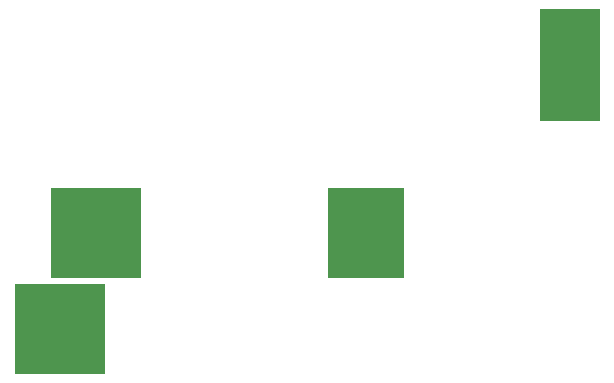
<source format=gbr>
G04 #@! TF.GenerationSoftware,KiCad,Pcbnew,5.1.3-ffb9f22~84~ubuntu18.10.1*
G04 #@! TF.CreationDate,2019-09-01T17:36:09+10:00*
G04 #@! TF.ProjectId,openpod-1,6f70656e-706f-4642-9d31-2e6b69636164,1.0*
G04 #@! TF.SameCoordinates,Original*
G04 #@! TF.FileFunction,Paste,Bot*
G04 #@! TF.FilePolarity,Positive*
%FSLAX46Y46*%
G04 Gerber Fmt 4.6, Leading zero omitted, Abs format (unit mm)*
G04 Created by KiCad (PCBNEW 5.1.3-ffb9f22~84~ubuntu18.10.1) date 2019-09-01 17:36:09*
%MOMM*%
%LPD*%
G04 APERTURE LIST*
%ADD10R,6.440018X7.600010*%
%ADD11R,7.620000X7.620000*%
%ADD12R,5.080000X9.525000*%
G04 APERTURE END LIST*
D10*
X109220000Y-96520000D03*
D11*
X86360000Y-96520000D03*
X83312000Y-104648000D03*
D12*
X126492000Y-82296000D03*
M02*

</source>
